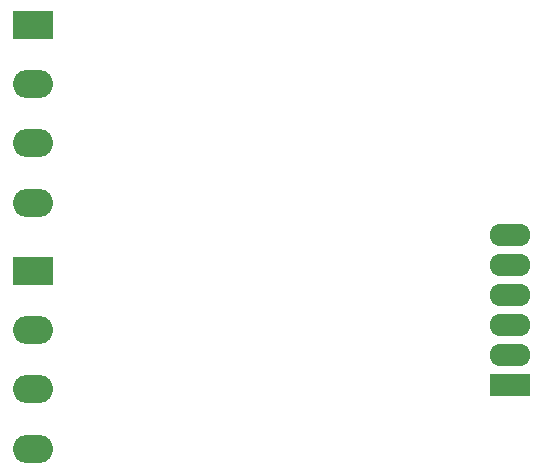
<source format=gbs>
G04 #@! TF.GenerationSoftware,KiCad,Pcbnew,5.0.0-fee4fd1~66~ubuntu18.04.1*
G04 #@! TF.CreationDate,2019-02-05T20:13:11-07:00*
G04 #@! TF.ProjectId,sprinkler_nodes,737072696E6B6C65725F6E6F6465732E,rev?*
G04 #@! TF.SameCoordinates,Original*
G04 #@! TF.FileFunction,Soldermask,Bot*
G04 #@! TF.FilePolarity,Negative*
%FSLAX46Y46*%
G04 Gerber Fmt 4.6, Leading zero omitted, Abs format (unit mm)*
G04 Created by KiCad (PCBNEW 5.0.0-fee4fd1~66~ubuntu18.04.1) date Tue Feb  5 20:13:11 2019*
%MOMM*%
%LPD*%
G01*
G04 APERTURE LIST*
%ADD10O,3.400000X2.400000*%
%ADD11R,3.400000X2.400000*%
%ADD12R,3.448000X1.924000*%
%ADD13O,3.448000X1.924000*%
G04 APERTURE END LIST*
D10*
G04 #@! TO.C,J1*
X67818000Y-70880000D03*
X67818000Y-65880000D03*
X67818000Y-60880000D03*
D11*
X67818000Y-55880000D03*
G04 #@! TD*
G04 #@! TO.C,J2*
X67818000Y-35052000D03*
D10*
X67818000Y-40052000D03*
X67818000Y-45052000D03*
X67818000Y-50052000D03*
G04 #@! TD*
D12*
G04 #@! TO.C,J3*
X108204000Y-65532000D03*
D13*
X108204000Y-62992000D03*
X108204000Y-60452000D03*
X108204000Y-57912000D03*
X108204000Y-55372000D03*
X108204000Y-52832000D03*
G04 #@! TD*
M02*

</source>
